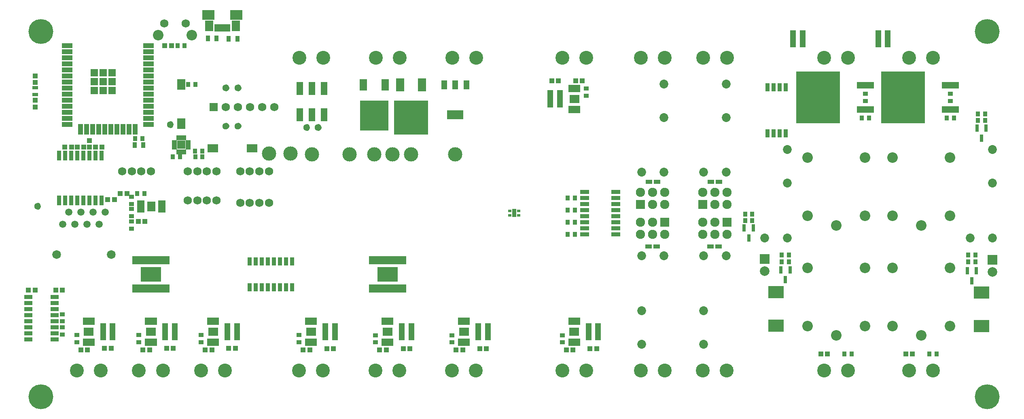
<source format=gts>
G04*
G04 #@! TF.GenerationSoftware,Altium Limited,Altium Designer,19.0.10 (269)*
G04*
G04 Layer_Color=8388736*
%FSLAX25Y25*%
%MOIN*%
G70*
G01*
G75*
%ADD68C,0.03937*%
%ADD69R,0.04800X0.14200*%
%ADD70R,0.03950X0.04343*%
%ADD71R,0.08674X0.04343*%
%ADD72R,0.04343X0.08674*%
%ADD73R,0.06036X0.06036*%
%ADD74C,0.01981*%
%ADD75R,0.04343X0.03556*%
%ADD76R,0.03556X0.04343*%
%ADD77R,0.04343X0.03950*%
%ADD78R,0.03359X0.08477*%
%ADD79R,0.06981X0.08202*%
%ADD80R,0.06312X0.01981*%
%ADD81R,0.08674X0.06706*%
%ADD82R,0.06706X0.06706*%
%ADD83R,0.01981X0.03950*%
%ADD84R,0.03950X0.01981*%
%ADD85R,0.02572X0.06607*%
%ADD86R,0.16627X0.12454*%
%ADD87R,0.03359X0.06804*%
%ADD88R,0.04737X0.04737*%
%ADD89R,0.08202X0.06981*%
%ADD90R,0.01981X0.06312*%
%ADD91R,0.07296X0.03359*%
%ADD92R,0.12808X0.09855*%
%ADD93R,0.03162X0.05918*%
%ADD94R,0.14300X0.05749*%
%ADD95R,0.36300X0.42800*%
%ADD96R,0.03359X0.07099*%
%ADD97C,0.11800*%
%ADD98R,0.04540X0.07296*%
%ADD99R,0.13595X0.07296*%
%ADD100R,0.05524X0.10642*%
%ADD101R,0.28359X0.28359*%
%ADD102R,0.06706X0.10642*%
%ADD103R,0.06312X0.09816*%
%ADD104R,0.23202X0.25131*%
%ADD105R,0.06804X0.03359*%
%ADD106R,0.02965X0.02178*%
%ADD107R,0.03556X0.07099*%
%ADD108R,0.05328X0.03753*%
%ADD109R,0.03556X0.04540*%
%ADD110R,0.05131X0.03162*%
%ADD111R,0.06706X0.08674*%
%ADD112R,0.02572X0.06233*%
%ADD113R,0.06607X0.09068*%
%ADD114R,0.10150X0.08280*%
%ADD115C,0.07198*%
%ADD116C,0.05930*%
%ADD117R,0.06800X0.06800*%
%ADD118C,0.06800*%
%ADD119C,0.07591*%
%ADD120R,0.07591X0.07591*%
%ADD121C,0.11430*%
%ADD122C,0.08674*%
%ADD123R,0.07887X0.07887*%
%ADD124C,0.07887*%
%ADD125C,0.07296*%
%ADD126C,0.20485*%
%ADD127C,0.06902*%
%ADD128C,0.03162*%
D68*
X17700Y176700D02*
X17147Y177461D01*
X16253Y177170D01*
Y176230D01*
X17147Y175939D01*
X17700Y176700D01*
X182800Y242840D02*
X182247Y243601D01*
X181353Y243310D01*
Y242370D01*
X182247Y242079D01*
X182800Y242840D01*
Y274336D02*
X182247Y275097D01*
X181353Y274806D01*
Y273866D01*
X182247Y273575D01*
X182800Y274336D01*
X172800D02*
X172247Y275097D01*
X171353Y274806D01*
Y273866D01*
X172247Y273575D01*
X172800Y274336D01*
Y242840D02*
X172247Y243601D01*
X171353Y243310D01*
Y242370D01*
X172247Y242079D01*
X172800Y242840D01*
X239383Y241693D02*
X238830Y242454D01*
X237935Y242163D01*
Y241223D01*
X238830Y240932D01*
X239383Y241693D01*
X248832D02*
X248279Y242454D01*
X247384Y242163D01*
Y241223D01*
X248279Y240932D01*
X248832Y241693D01*
X127000Y244094D02*
X126447Y244855D01*
X125553Y244565D01*
Y243624D01*
X126447Y243334D01*
X127000Y244094D01*
D69*
X478741Y73110D02*
D03*
X470867D02*
D03*
X447244Y265354D02*
D03*
X439370Y265354D02*
D03*
X639369Y314961D02*
D03*
X709527Y314961D02*
D03*
X647243Y314961D02*
D03*
X717401Y314961D02*
D03*
X387795Y73110D02*
D03*
X379921D02*
D03*
X261811Y73228D02*
D03*
X253937Y73228D02*
D03*
X181102Y73228D02*
D03*
X173228D02*
D03*
X129921Y73228D02*
D03*
X122047Y73228D02*
D03*
X78740D02*
D03*
X70866D02*
D03*
X324803Y73110D02*
D03*
X316929D02*
D03*
D70*
X440551Y280315D02*
D03*
X446063D02*
D03*
X477559Y59055D02*
D03*
X472047D02*
D03*
X386614D02*
D03*
X381102D02*
D03*
X323622D02*
D03*
X318110D02*
D03*
X260630D02*
D03*
X255118D02*
D03*
X179921Y59449D02*
D03*
X174409D02*
D03*
X128740Y59449D02*
D03*
X123228D02*
D03*
X77559D02*
D03*
X72047D02*
D03*
X90456Y187100D02*
D03*
X84944D02*
D03*
X74744Y182300D02*
D03*
X80256D02*
D03*
X70056Y225400D02*
D03*
X64544D02*
D03*
X49444D02*
D03*
X54956D02*
D03*
X39244D02*
D03*
X44756D02*
D03*
X99844Y164253D02*
D03*
X105356D02*
D03*
X452559Y58268D02*
D03*
X458071D02*
D03*
X465629Y280315D02*
D03*
X460117D02*
D03*
X667638Y55024D02*
D03*
X662126D02*
D03*
X737638D02*
D03*
X732126D02*
D03*
X37402Y107480D02*
D03*
X31890D02*
D03*
X9402Y107480D02*
D03*
X14913D02*
D03*
X361614Y58268D02*
D03*
X367126D02*
D03*
X235630D02*
D03*
X241142D02*
D03*
X154921D02*
D03*
X160433D02*
D03*
X103740D02*
D03*
X109252D02*
D03*
X52559D02*
D03*
X58071D02*
D03*
X298622D02*
D03*
X304134D02*
D03*
X121653Y309055D02*
D03*
X127165D02*
D03*
D71*
X41339Y309055D02*
D03*
Y304055D02*
D03*
Y299055D02*
D03*
Y294055D02*
D03*
Y289055D02*
D03*
Y284055D02*
D03*
Y279055D02*
D03*
Y274055D02*
D03*
Y269055D02*
D03*
Y264055D02*
D03*
Y259055D02*
D03*
Y254055D02*
D03*
Y249055D02*
D03*
Y244055D02*
D03*
X108268D02*
D03*
Y249055D02*
D03*
Y254055D02*
D03*
Y259055D02*
D03*
Y264055D02*
D03*
Y269055D02*
D03*
Y274055D02*
D03*
Y279055D02*
D03*
Y284055D02*
D03*
Y289055D02*
D03*
Y294055D02*
D03*
Y299055D02*
D03*
Y304055D02*
D03*
Y309055D02*
D03*
D72*
X52303Y240118D02*
D03*
X57303D02*
D03*
X62303D02*
D03*
X67303D02*
D03*
X72303D02*
D03*
X77303D02*
D03*
X82303D02*
D03*
X87303D02*
D03*
X92303D02*
D03*
X97303D02*
D03*
D73*
X63642Y286752D02*
D03*
X70866D02*
D03*
X78091D02*
D03*
X63642Y279528D02*
D03*
X70866D02*
D03*
X78091D02*
D03*
X63642Y272303D02*
D03*
X70866D02*
D03*
X78091D02*
D03*
D74*
X15400Y176700D02*
D03*
X18400D02*
D03*
X182000Y241340D02*
D03*
Y244340D02*
D03*
Y275836D02*
D03*
Y272836D02*
D03*
X172000Y275836D02*
D03*
Y272836D02*
D03*
Y241340D02*
D03*
Y244340D02*
D03*
X240083Y241693D02*
D03*
X237083D02*
D03*
X246532D02*
D03*
X249532D02*
D03*
X127700Y244094D02*
D03*
X124700D02*
D03*
D75*
X94400Y158347D02*
D03*
Y164253D02*
D03*
Y178660D02*
D03*
Y184565D02*
D03*
Y174565D02*
D03*
Y168660D02*
D03*
X449213Y70354D02*
D03*
Y64449D02*
D03*
X468898Y267913D02*
D03*
Y273819D02*
D03*
X698952Y263673D02*
D03*
Y269579D02*
D03*
X768952Y263673D02*
D03*
Y269579D02*
D03*
X37402Y76752D02*
D03*
Y70846D02*
D03*
Y87657D02*
D03*
Y81752D02*
D03*
X358268Y70354D02*
D03*
Y64449D02*
D03*
X232283Y70472D02*
D03*
Y64567D02*
D03*
X151575Y70473D02*
D03*
Y64567D02*
D03*
X100394Y70472D02*
D03*
Y64567D02*
D03*
X49213Y70472D02*
D03*
Y64567D02*
D03*
X295276Y70354D02*
D03*
Y64449D02*
D03*
D76*
X104853Y187100D02*
D03*
X98947D02*
D03*
X152553Y222200D02*
D03*
X146647D02*
D03*
X134253Y217400D02*
D03*
X128347D02*
D03*
X152653D02*
D03*
X146747D02*
D03*
X141047Y277362D02*
D03*
X146953D02*
D03*
X599803Y164961D02*
D03*
X605709D02*
D03*
X791535Y247638D02*
D03*
X797441D02*
D03*
X797441Y252756D02*
D03*
X791535D02*
D03*
X687520Y55024D02*
D03*
X681614D02*
D03*
X630000Y136429D02*
D03*
X635906D02*
D03*
X635953Y131000D02*
D03*
X630047D02*
D03*
X695999Y249606D02*
D03*
X701905D02*
D03*
X757520Y55024D02*
D03*
X751614D02*
D03*
X783661Y136429D02*
D03*
X789567D02*
D03*
X789567Y130929D02*
D03*
X783661D02*
D03*
X765999Y249606D02*
D03*
X771905D02*
D03*
X605709Y170079D02*
D03*
X599803D02*
D03*
X453740Y183563D02*
D03*
X459646D02*
D03*
X453740Y173563D02*
D03*
X459646D02*
D03*
X453740Y163563D02*
D03*
X459646D02*
D03*
X453740Y153563D02*
D03*
X459646D02*
D03*
X103150Y232677D02*
D03*
X97244D02*
D03*
X137992Y309055D02*
D03*
X132087D02*
D03*
D77*
X59644Y230912D02*
D03*
Y225400D02*
D03*
X14961Y284252D02*
D03*
Y278740D02*
D03*
X14961Y258661D02*
D03*
Y264173D02*
D03*
D78*
X69644Y218602D02*
D03*
X64644D02*
D03*
X59644D02*
D03*
X54644D02*
D03*
X49644D02*
D03*
X44644D02*
D03*
X39644D02*
D03*
X34644D02*
D03*
Y181398D02*
D03*
X39644D02*
D03*
X44644D02*
D03*
X49644D02*
D03*
X54644D02*
D03*
X59644D02*
D03*
X64644D02*
D03*
X69644D02*
D03*
D79*
X110700Y176614D02*
D03*
D80*
X119361Y180551D02*
D03*
Y178583D02*
D03*
Y176614D02*
D03*
Y174646D02*
D03*
Y172677D02*
D03*
X102039D02*
D03*
Y174646D02*
D03*
Y176614D02*
D03*
Y178583D02*
D03*
Y180551D02*
D03*
D81*
X193584Y224700D02*
D03*
X161300D02*
D03*
D82*
X135300Y227409D02*
D03*
D83*
X132347Y233117D02*
D03*
X134316D02*
D03*
X136284D02*
D03*
X138253D02*
D03*
Y221700D02*
D03*
X136284D02*
D03*
X134316D02*
D03*
X132347D02*
D03*
D84*
X141009Y230361D02*
D03*
Y228393D02*
D03*
Y226424D02*
D03*
Y224456D02*
D03*
X129591D02*
D03*
Y226424D02*
D03*
Y228393D02*
D03*
Y230361D02*
D03*
D85*
X291121Y108966D02*
D03*
X293680D02*
D03*
X296239D02*
D03*
X298798D02*
D03*
X301358D02*
D03*
X303917D02*
D03*
X306476D02*
D03*
X309035D02*
D03*
X311594D02*
D03*
X314153D02*
D03*
X316712D02*
D03*
X319271D02*
D03*
Y132100D02*
D03*
X316712D02*
D03*
X314153D02*
D03*
X311594D02*
D03*
X309035D02*
D03*
X306476D02*
D03*
X303917D02*
D03*
X301358D02*
D03*
X298798D02*
D03*
X296239D02*
D03*
X293680D02*
D03*
X291121D02*
D03*
X96239Y108966D02*
D03*
X98798D02*
D03*
X101357D02*
D03*
X103917D02*
D03*
X106476D02*
D03*
X109035D02*
D03*
X111594D02*
D03*
X114153D02*
D03*
X116712D02*
D03*
X119271D02*
D03*
X121830D02*
D03*
X124389D02*
D03*
Y132100D02*
D03*
X121830D02*
D03*
X119271D02*
D03*
X116712D02*
D03*
X114153D02*
D03*
X111594D02*
D03*
X109035D02*
D03*
X106476D02*
D03*
X103917D02*
D03*
X101357D02*
D03*
X98798D02*
D03*
X96239D02*
D03*
D86*
X305196Y120533D02*
D03*
X110314D02*
D03*
D87*
X226500Y131210D02*
D03*
X221500D02*
D03*
X216500D02*
D03*
X211500D02*
D03*
X206500D02*
D03*
X201500D02*
D03*
X196500D02*
D03*
X191500D02*
D03*
Y109856D02*
D03*
X196500D02*
D03*
X201500D02*
D03*
X206500D02*
D03*
X211500D02*
D03*
X216500D02*
D03*
X221500D02*
D03*
X226500D02*
D03*
D88*
X478740Y68386D02*
D03*
Y77835D02*
D03*
Y73110D02*
D03*
X470866Y68386D02*
D03*
Y77835D02*
D03*
Y73110D02*
D03*
X447244Y270079D02*
D03*
Y260630D02*
D03*
Y265354D02*
D03*
X439370Y270079D02*
D03*
Y260630D02*
D03*
Y265354D02*
D03*
X639370Y314961D02*
D03*
Y310236D02*
D03*
Y319685D02*
D03*
X709528Y314961D02*
D03*
Y310236D02*
D03*
Y319685D02*
D03*
X647244Y314961D02*
D03*
Y310236D02*
D03*
Y319685D02*
D03*
X717402Y314961D02*
D03*
Y310236D02*
D03*
Y319685D02*
D03*
X387795Y68386D02*
D03*
Y77835D02*
D03*
Y73110D02*
D03*
X379921Y68386D02*
D03*
Y77835D02*
D03*
Y73110D02*
D03*
X261811Y68504D02*
D03*
Y77953D02*
D03*
Y73228D02*
D03*
X253937Y68504D02*
D03*
Y77953D02*
D03*
Y73228D02*
D03*
X181102Y68504D02*
D03*
Y77953D02*
D03*
Y73228D02*
D03*
X173228Y68504D02*
D03*
Y77953D02*
D03*
Y73228D02*
D03*
X129921Y68504D02*
D03*
Y77953D02*
D03*
Y73228D02*
D03*
X122047Y68504D02*
D03*
Y77953D02*
D03*
Y73228D02*
D03*
X78740Y68504D02*
D03*
Y77953D02*
D03*
Y73228D02*
D03*
X70866Y68504D02*
D03*
Y77953D02*
D03*
Y73228D02*
D03*
X324803Y68386D02*
D03*
Y77835D02*
D03*
Y73110D02*
D03*
X316929Y68386D02*
D03*
Y77835D02*
D03*
Y73110D02*
D03*
D89*
X459055D02*
D03*
X459133Y265354D02*
D03*
X368110Y73110D02*
D03*
X242126Y73228D02*
D03*
X161417Y73228D02*
D03*
X110236Y73228D02*
D03*
X59055D02*
D03*
X305118Y73110D02*
D03*
D90*
X455118Y81772D02*
D03*
X457087D02*
D03*
X459055D02*
D03*
X461024D02*
D03*
X462992D02*
D03*
Y64449D02*
D03*
X461024D02*
D03*
X459055D02*
D03*
X457087D02*
D03*
X455118D02*
D03*
X463070Y256693D02*
D03*
X461101D02*
D03*
X459133D02*
D03*
X457164D02*
D03*
X455196D02*
D03*
Y274016D02*
D03*
X457164D02*
D03*
X459133D02*
D03*
X461101D02*
D03*
X463070D02*
D03*
X364173Y81772D02*
D03*
X366142D02*
D03*
X368110D02*
D03*
X370079D02*
D03*
X372047D02*
D03*
Y64449D02*
D03*
X370079D02*
D03*
X368110D02*
D03*
X366142D02*
D03*
X364173D02*
D03*
X238189Y81890D02*
D03*
X240158D02*
D03*
X242126D02*
D03*
X244094D02*
D03*
X246063D02*
D03*
Y64567D02*
D03*
X244094D02*
D03*
X242126D02*
D03*
X240158D02*
D03*
X238189D02*
D03*
X157480Y81890D02*
D03*
X159449D02*
D03*
X161417D02*
D03*
X163386D02*
D03*
X165354D02*
D03*
Y64567D02*
D03*
X163386D02*
D03*
X161417D02*
D03*
X159449D02*
D03*
X157480D02*
D03*
X106299Y81890D02*
D03*
X108268D02*
D03*
X110236D02*
D03*
X112205D02*
D03*
X114173D02*
D03*
Y64567D02*
D03*
X112205D02*
D03*
X110236D02*
D03*
X108268D02*
D03*
X106299D02*
D03*
X55118Y81890D02*
D03*
X57087D02*
D03*
X59055D02*
D03*
X61024D02*
D03*
X62992D02*
D03*
Y64567D02*
D03*
X61024D02*
D03*
X59055D02*
D03*
X57087D02*
D03*
X55118D02*
D03*
X301181Y81772D02*
D03*
X303150D02*
D03*
X305118D02*
D03*
X307087D02*
D03*
X309055D02*
D03*
Y64449D02*
D03*
X307087D02*
D03*
X305118D02*
D03*
X303150D02*
D03*
X301181D02*
D03*
D91*
X467520Y188563D02*
D03*
Y183563D02*
D03*
Y178563D02*
D03*
Y173563D02*
D03*
Y168563D02*
D03*
Y163563D02*
D03*
Y158563D02*
D03*
Y153563D02*
D03*
X493110D02*
D03*
Y158563D02*
D03*
Y163563D02*
D03*
Y168563D02*
D03*
Y173563D02*
D03*
Y178563D02*
D03*
Y183563D02*
D03*
Y188563D02*
D03*
D92*
X625197Y78216D02*
D03*
Y105776D02*
D03*
X794488Y77823D02*
D03*
Y105382D02*
D03*
D93*
X633071Y116083D02*
D03*
X629331Y124350D02*
D03*
X636811D02*
D03*
X786614Y115295D02*
D03*
X782874Y123563D02*
D03*
X790354D02*
D03*
X794488Y232874D02*
D03*
X790748Y241142D02*
D03*
X798228D02*
D03*
X602756Y150551D02*
D03*
X599016Y158819D02*
D03*
X606496D02*
D03*
D94*
X698952Y276626D02*
D03*
Y256626D02*
D03*
X768952Y276626D02*
D03*
Y256626D02*
D03*
D95*
X659952Y266626D02*
D03*
X729952D02*
D03*
D96*
X633090Y275000D02*
D03*
X628090D02*
D03*
X623091D02*
D03*
X618090D02*
D03*
Y236811D02*
D03*
X623091D02*
D03*
X628090D02*
D03*
X633090D02*
D03*
D97*
X309408Y219685D02*
D03*
X225197Y220079D02*
D03*
X361024Y219685D02*
D03*
X324565D02*
D03*
X294250D02*
D03*
X207480Y220079D02*
D03*
X242913Y219685D02*
D03*
X274016D02*
D03*
D98*
X370079Y276969D02*
D03*
X361024D02*
D03*
X351969D02*
D03*
D99*
X361024Y252165D02*
D03*
D100*
X252756Y273819D02*
D03*
X242913D02*
D03*
X233071D02*
D03*
Y252165D02*
D03*
X242913D02*
D03*
X252756D02*
D03*
D101*
X324565Y249803D02*
D03*
D102*
X315510Y276969D02*
D03*
X333620D02*
D03*
D103*
X303246Y276949D02*
D03*
X285254D02*
D03*
D104*
X294250Y251614D02*
D03*
D105*
X9402Y101752D02*
D03*
Y96752D02*
D03*
Y91752D02*
D03*
Y86752D02*
D03*
Y81752D02*
D03*
Y76752D02*
D03*
Y71752D02*
D03*
Y66752D02*
D03*
X30756D02*
D03*
Y71752D02*
D03*
Y76752D02*
D03*
Y81752D02*
D03*
Y86752D02*
D03*
Y91752D02*
D03*
Y96752D02*
D03*
Y101752D02*
D03*
D106*
X405807Y173031D02*
D03*
Y169095D02*
D03*
X413091D02*
D03*
Y173031D02*
D03*
D107*
X409449Y171063D02*
D03*
D108*
X526896Y143701D02*
D03*
X520203D02*
D03*
X578077D02*
D03*
X571384D02*
D03*
X520504Y196850D02*
D03*
X527197D02*
D03*
X571685D02*
D03*
X578378D02*
D03*
D109*
X103937Y227166D02*
D03*
X96851D02*
D03*
X157087Y315064D02*
D03*
X164173D02*
D03*
X181496Y314961D02*
D03*
X174409D02*
D03*
D110*
X14961Y274410D02*
D03*
Y268898D02*
D03*
D111*
X135300Y244958D02*
D03*
Y277242D02*
D03*
D112*
X174236Y324000D02*
D03*
X171677D02*
D03*
X169118D02*
D03*
X166559D02*
D03*
X164000D02*
D03*
D113*
X158095Y325417D02*
D03*
X180142D02*
D03*
D114*
X180585Y334472D02*
D03*
X157652D02*
D03*
D115*
X32700Y137000D02*
D03*
X77700D02*
D03*
D116*
X37700Y162000D02*
D03*
X42700Y172000D02*
D03*
X47700Y162000D02*
D03*
X52700Y172000D02*
D03*
X57700Y162000D02*
D03*
X62700Y172000D02*
D03*
X67700Y162000D02*
D03*
X72700Y172000D02*
D03*
D117*
X162000Y258588D02*
D03*
D118*
X172000D02*
D03*
X182000D02*
D03*
X192000D02*
D03*
X202000D02*
D03*
X212000D02*
D03*
X110236Y205638D02*
D03*
X86614D02*
D03*
X94488D02*
D03*
X102362D02*
D03*
X164173Y181613D02*
D03*
X140551D02*
D03*
X148425D02*
D03*
X156299D02*
D03*
X164173Y205638D02*
D03*
X140551D02*
D03*
X148425D02*
D03*
X156299D02*
D03*
X207480D02*
D03*
X183858D02*
D03*
X191732D02*
D03*
X199606D02*
D03*
X207480Y179638D02*
D03*
X183858D02*
D03*
X191732D02*
D03*
X199606D02*
D03*
D119*
X533700Y188150D02*
D03*
Y178150D02*
D03*
X523700Y188150D02*
D03*
Y178150D02*
D03*
X513700Y188150D02*
D03*
X584881D02*
D03*
Y178150D02*
D03*
X574881Y188150D02*
D03*
Y178150D02*
D03*
X564881Y188150D02*
D03*
Y153386D02*
D03*
Y163386D02*
D03*
X574881Y153386D02*
D03*
Y163386D02*
D03*
X584881Y153386D02*
D03*
X513700D02*
D03*
Y163386D02*
D03*
X523700Y153386D02*
D03*
Y163386D02*
D03*
X533700Y153386D02*
D03*
D120*
X513700Y178150D02*
D03*
X564881D02*
D03*
X584881Y163386D02*
D03*
X533700D02*
D03*
D121*
X449213Y41339D02*
D03*
X468898D02*
D03*
X469054Y299213D02*
D03*
X449368D02*
D03*
X665038D02*
D03*
X684723D02*
D03*
X735038D02*
D03*
X754723D02*
D03*
X664882Y41339D02*
D03*
X684567D02*
D03*
X734882D02*
D03*
X754567D02*
D03*
X232439Y299213D02*
D03*
X252124D02*
D03*
X295431D02*
D03*
X315117D02*
D03*
X251969Y41339D02*
D03*
X232283D02*
D03*
X171260Y41339D02*
D03*
X151575D02*
D03*
X120079Y41339D02*
D03*
X100394D02*
D03*
X68898D02*
D03*
X49213D02*
D03*
X533465D02*
D03*
X513779D02*
D03*
X584646D02*
D03*
X564961D02*
D03*
X513935Y299213D02*
D03*
X533620D02*
D03*
X565117D02*
D03*
X584801D02*
D03*
X377953Y41339D02*
D03*
X358268D02*
D03*
X314961D02*
D03*
X295276D02*
D03*
X358424Y299213D02*
D03*
X378109D02*
D03*
D122*
X651180Y216929D02*
D03*
X698424D02*
D03*
Y168898D02*
D03*
X651180D02*
D03*
X674802Y161024D02*
D03*
X651180Y126031D02*
D03*
X698424D02*
D03*
Y78000D02*
D03*
X651180D02*
D03*
X674802Y70126D02*
D03*
X721180Y216929D02*
D03*
X768424D02*
D03*
Y168898D02*
D03*
X721180D02*
D03*
X744802Y161024D02*
D03*
X721180Y126031D02*
D03*
X768424D02*
D03*
Y78000D02*
D03*
X721180D02*
D03*
X744802Y70126D02*
D03*
X143917Y317756D02*
D03*
X116319D02*
D03*
D123*
X615945Y133280D02*
D03*
X803740Y132492D02*
D03*
D124*
X615945Y123280D02*
D03*
X803740Y122492D02*
D03*
D125*
X615945Y150551D02*
D03*
X634449D02*
D03*
Y195827D02*
D03*
Y223386D02*
D03*
X785236Y150551D02*
D03*
X803740D02*
D03*
Y195827D02*
D03*
Y223386D02*
D03*
X532952Y135827D02*
D03*
X514448D02*
D03*
Y90551D02*
D03*
Y62992D02*
D03*
X584133Y135827D02*
D03*
X565629D02*
D03*
Y90551D02*
D03*
Y62992D02*
D03*
X514448Y204724D02*
D03*
X532952D02*
D03*
Y250000D02*
D03*
Y277559D02*
D03*
X565629Y204724D02*
D03*
X584133D02*
D03*
Y250000D02*
D03*
Y277559D02*
D03*
D126*
X799213Y320866D02*
D03*
Y19685D02*
D03*
X19685D02*
D03*
Y320866D02*
D03*
D127*
X138976Y327559D02*
D03*
X121260D02*
D03*
D128*
X41339Y299055D02*
D03*
X108268Y289055D02*
D03*
X108268Y294055D02*
D03*
M02*

</source>
